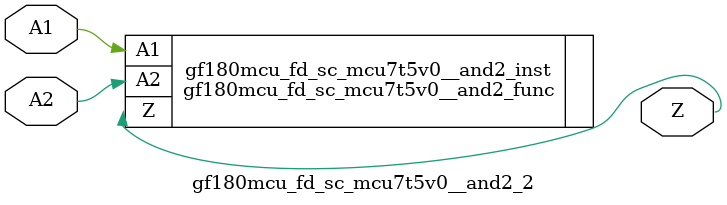
<source format=v>

`ifndef GF180MCU_FD_SC_MCU7T5V0__AND2_2_V
`define GF180MCU_FD_SC_MCU7T5V0__AND2_2_V

`include gf180mcu_fd_sc_mcu7t5v0__and2.v

`ifdef USE_POWER_PINS
module gf180mcu_fd_sc_mcu7t5v0__and2_2( A1, A2, Z, VDD, VSS );
inout VDD, VSS;
`else // If not USE_POWER_PINS
module gf180mcu_fd_sc_mcu7t5v0__and2_2( A1, A2, Z );
`endif // If not USE_POWER_PINS
input A1, A2;
output Z;

`ifdef USE_POWER_PINS
  gf180mcu_fd_sc_mcu7t5v0__and2_func gf180mcu_fd_sc_mcu7t5v0__and2_inst(.A1(A1),.A2(A2),.Z(Z),.VDD(VDD),.VSS(VSS));
`else // If not USE_POWER_PINS
  gf180mcu_fd_sc_mcu7t5v0__and2_func gf180mcu_fd_sc_mcu7t5v0__and2_inst(.A1(A1),.A2(A2),.Z(Z));
`endif // If not USE_POWER_PINS

`ifndef FUNCTIONAL
	// spec_gates_begin


	// spec_gates_end



   specify

	// specify_block_begin

	// comb arc A1 --> Z
	 (A1 => Z) = (1.0,1.0);

	// comb arc A2 --> Z
	 (A2 => Z) = (1.0,1.0);

	// specify_block_end

   endspecify

   `endif

endmodule
`endif // GF180MCU_FD_SC_MCU7T5V0__AND2_2_V

</source>
